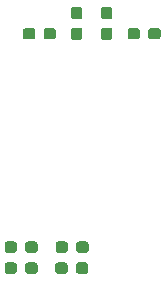
<source format=gbr>
G04 #@! TF.GenerationSoftware,KiCad,Pcbnew,(5.0.0)*
G04 #@! TF.CreationDate,2018-12-16T16:19:50-06:00*
G04 #@! TF.ProjectId,IMUBreakout_Hardware,494D55427265616B6F75745F48617264,rev?*
G04 #@! TF.SameCoordinates,Original*
G04 #@! TF.FileFunction,Paste,Top*
G04 #@! TF.FilePolarity,Positive*
%FSLAX46Y46*%
G04 Gerber Fmt 4.6, Leading zero omitted, Abs format (unit mm)*
G04 Created by KiCad (PCBNEW (5.0.0)) date 12/16/18 16:19:50*
%MOMM*%
%LPD*%
G01*
G04 APERTURE LIST*
%ADD10C,0.100000*%
%ADD11C,0.950000*%
G04 APERTURE END LIST*
D10*
G04 #@! TO.C,R3*
G36*
X155962779Y-88124744D02*
X155985834Y-88128163D01*
X156008443Y-88133827D01*
X156030387Y-88141679D01*
X156051457Y-88151644D01*
X156071448Y-88163626D01*
X156090168Y-88177510D01*
X156107438Y-88193162D01*
X156123090Y-88210432D01*
X156136974Y-88229152D01*
X156148956Y-88249143D01*
X156158921Y-88270213D01*
X156166773Y-88292157D01*
X156172437Y-88314766D01*
X156175856Y-88337821D01*
X156177000Y-88361100D01*
X156177000Y-88936100D01*
X156175856Y-88959379D01*
X156172437Y-88982434D01*
X156166773Y-89005043D01*
X156158921Y-89026987D01*
X156148956Y-89048057D01*
X156136974Y-89068048D01*
X156123090Y-89086768D01*
X156107438Y-89104038D01*
X156090168Y-89119690D01*
X156071448Y-89133574D01*
X156051457Y-89145556D01*
X156030387Y-89155521D01*
X156008443Y-89163373D01*
X155985834Y-89169037D01*
X155962779Y-89172456D01*
X155939500Y-89173600D01*
X155464500Y-89173600D01*
X155441221Y-89172456D01*
X155418166Y-89169037D01*
X155395557Y-89163373D01*
X155373613Y-89155521D01*
X155352543Y-89145556D01*
X155332552Y-89133574D01*
X155313832Y-89119690D01*
X155296562Y-89104038D01*
X155280910Y-89086768D01*
X155267026Y-89068048D01*
X155255044Y-89048057D01*
X155245079Y-89026987D01*
X155237227Y-89005043D01*
X155231563Y-88982434D01*
X155228144Y-88959379D01*
X155227000Y-88936100D01*
X155227000Y-88361100D01*
X155228144Y-88337821D01*
X155231563Y-88314766D01*
X155237227Y-88292157D01*
X155245079Y-88270213D01*
X155255044Y-88249143D01*
X155267026Y-88229152D01*
X155280910Y-88210432D01*
X155296562Y-88193162D01*
X155313832Y-88177510D01*
X155332552Y-88163626D01*
X155352543Y-88151644D01*
X155373613Y-88141679D01*
X155395557Y-88133827D01*
X155418166Y-88128163D01*
X155441221Y-88124744D01*
X155464500Y-88123600D01*
X155939500Y-88123600D01*
X155962779Y-88124744D01*
X155962779Y-88124744D01*
G37*
D11*
X155702000Y-88648600D03*
D10*
G36*
X155962779Y-89874744D02*
X155985834Y-89878163D01*
X156008443Y-89883827D01*
X156030387Y-89891679D01*
X156051457Y-89901644D01*
X156071448Y-89913626D01*
X156090168Y-89927510D01*
X156107438Y-89943162D01*
X156123090Y-89960432D01*
X156136974Y-89979152D01*
X156148956Y-89999143D01*
X156158921Y-90020213D01*
X156166773Y-90042157D01*
X156172437Y-90064766D01*
X156175856Y-90087821D01*
X156177000Y-90111100D01*
X156177000Y-90686100D01*
X156175856Y-90709379D01*
X156172437Y-90732434D01*
X156166773Y-90755043D01*
X156158921Y-90776987D01*
X156148956Y-90798057D01*
X156136974Y-90818048D01*
X156123090Y-90836768D01*
X156107438Y-90854038D01*
X156090168Y-90869690D01*
X156071448Y-90883574D01*
X156051457Y-90895556D01*
X156030387Y-90905521D01*
X156008443Y-90913373D01*
X155985834Y-90919037D01*
X155962779Y-90922456D01*
X155939500Y-90923600D01*
X155464500Y-90923600D01*
X155441221Y-90922456D01*
X155418166Y-90919037D01*
X155395557Y-90913373D01*
X155373613Y-90905521D01*
X155352543Y-90895556D01*
X155332552Y-90883574D01*
X155313832Y-90869690D01*
X155296562Y-90854038D01*
X155280910Y-90836768D01*
X155267026Y-90818048D01*
X155255044Y-90798057D01*
X155245079Y-90776987D01*
X155237227Y-90755043D01*
X155231563Y-90732434D01*
X155228144Y-90709379D01*
X155227000Y-90686100D01*
X155227000Y-90111100D01*
X155228144Y-90087821D01*
X155231563Y-90064766D01*
X155237227Y-90042157D01*
X155245079Y-90020213D01*
X155255044Y-89999143D01*
X155267026Y-89979152D01*
X155280910Y-89960432D01*
X155296562Y-89943162D01*
X155313832Y-89927510D01*
X155332552Y-89913626D01*
X155352543Y-89901644D01*
X155373613Y-89891679D01*
X155395557Y-89883827D01*
X155418166Y-89878163D01*
X155441221Y-89874744D01*
X155464500Y-89873600D01*
X155939500Y-89873600D01*
X155962779Y-89874744D01*
X155962779Y-89874744D01*
G37*
D11*
X155702000Y-90398600D03*
G04 #@! TD*
D10*
G04 #@! TO.C,R1*
G36*
X158502779Y-89874744D02*
X158525834Y-89878163D01*
X158548443Y-89883827D01*
X158570387Y-89891679D01*
X158591457Y-89901644D01*
X158611448Y-89913626D01*
X158630168Y-89927510D01*
X158647438Y-89943162D01*
X158663090Y-89960432D01*
X158676974Y-89979152D01*
X158688956Y-89999143D01*
X158698921Y-90020213D01*
X158706773Y-90042157D01*
X158712437Y-90064766D01*
X158715856Y-90087821D01*
X158717000Y-90111100D01*
X158717000Y-90686100D01*
X158715856Y-90709379D01*
X158712437Y-90732434D01*
X158706773Y-90755043D01*
X158698921Y-90776987D01*
X158688956Y-90798057D01*
X158676974Y-90818048D01*
X158663090Y-90836768D01*
X158647438Y-90854038D01*
X158630168Y-90869690D01*
X158611448Y-90883574D01*
X158591457Y-90895556D01*
X158570387Y-90905521D01*
X158548443Y-90913373D01*
X158525834Y-90919037D01*
X158502779Y-90922456D01*
X158479500Y-90923600D01*
X158004500Y-90923600D01*
X157981221Y-90922456D01*
X157958166Y-90919037D01*
X157935557Y-90913373D01*
X157913613Y-90905521D01*
X157892543Y-90895556D01*
X157872552Y-90883574D01*
X157853832Y-90869690D01*
X157836562Y-90854038D01*
X157820910Y-90836768D01*
X157807026Y-90818048D01*
X157795044Y-90798057D01*
X157785079Y-90776987D01*
X157777227Y-90755043D01*
X157771563Y-90732434D01*
X157768144Y-90709379D01*
X157767000Y-90686100D01*
X157767000Y-90111100D01*
X157768144Y-90087821D01*
X157771563Y-90064766D01*
X157777227Y-90042157D01*
X157785079Y-90020213D01*
X157795044Y-89999143D01*
X157807026Y-89979152D01*
X157820910Y-89960432D01*
X157836562Y-89943162D01*
X157853832Y-89927510D01*
X157872552Y-89913626D01*
X157892543Y-89901644D01*
X157913613Y-89891679D01*
X157935557Y-89883827D01*
X157958166Y-89878163D01*
X157981221Y-89874744D01*
X158004500Y-89873600D01*
X158479500Y-89873600D01*
X158502779Y-89874744D01*
X158502779Y-89874744D01*
G37*
D11*
X158242000Y-90398600D03*
D10*
G36*
X158502779Y-88124744D02*
X158525834Y-88128163D01*
X158548443Y-88133827D01*
X158570387Y-88141679D01*
X158591457Y-88151644D01*
X158611448Y-88163626D01*
X158630168Y-88177510D01*
X158647438Y-88193162D01*
X158663090Y-88210432D01*
X158676974Y-88229152D01*
X158688956Y-88249143D01*
X158698921Y-88270213D01*
X158706773Y-88292157D01*
X158712437Y-88314766D01*
X158715856Y-88337821D01*
X158717000Y-88361100D01*
X158717000Y-88936100D01*
X158715856Y-88959379D01*
X158712437Y-88982434D01*
X158706773Y-89005043D01*
X158698921Y-89026987D01*
X158688956Y-89048057D01*
X158676974Y-89068048D01*
X158663090Y-89086768D01*
X158647438Y-89104038D01*
X158630168Y-89119690D01*
X158611448Y-89133574D01*
X158591457Y-89145556D01*
X158570387Y-89155521D01*
X158548443Y-89163373D01*
X158525834Y-89169037D01*
X158502779Y-89172456D01*
X158479500Y-89173600D01*
X158004500Y-89173600D01*
X157981221Y-89172456D01*
X157958166Y-89169037D01*
X157935557Y-89163373D01*
X157913613Y-89155521D01*
X157892543Y-89145556D01*
X157872552Y-89133574D01*
X157853832Y-89119690D01*
X157836562Y-89104038D01*
X157820910Y-89086768D01*
X157807026Y-89068048D01*
X157795044Y-89048057D01*
X157785079Y-89026987D01*
X157777227Y-89005043D01*
X157771563Y-88982434D01*
X157768144Y-88959379D01*
X157767000Y-88936100D01*
X157767000Y-88361100D01*
X157768144Y-88337821D01*
X157771563Y-88314766D01*
X157777227Y-88292157D01*
X157785079Y-88270213D01*
X157795044Y-88249143D01*
X157807026Y-88229152D01*
X157820910Y-88210432D01*
X157836562Y-88193162D01*
X157853832Y-88177510D01*
X157872552Y-88163626D01*
X157892543Y-88151644D01*
X157913613Y-88141679D01*
X157935557Y-88133827D01*
X157958166Y-88128163D01*
X157981221Y-88124744D01*
X158004500Y-88123600D01*
X158479500Y-88123600D01*
X158502779Y-88124744D01*
X158502779Y-88124744D01*
G37*
D11*
X158242000Y-88648600D03*
G04 #@! TD*
D10*
G04 #@! TO.C,R2*
G36*
X160838779Y-89924744D02*
X160861834Y-89928163D01*
X160884443Y-89933827D01*
X160906387Y-89941679D01*
X160927457Y-89951644D01*
X160947448Y-89963626D01*
X160966168Y-89977510D01*
X160983438Y-89993162D01*
X160999090Y-90010432D01*
X161012974Y-90029152D01*
X161024956Y-90049143D01*
X161034921Y-90070213D01*
X161042773Y-90092157D01*
X161048437Y-90114766D01*
X161051856Y-90137821D01*
X161053000Y-90161100D01*
X161053000Y-90636100D01*
X161051856Y-90659379D01*
X161048437Y-90682434D01*
X161042773Y-90705043D01*
X161034921Y-90726987D01*
X161024956Y-90748057D01*
X161012974Y-90768048D01*
X160999090Y-90786768D01*
X160983438Y-90804038D01*
X160966168Y-90819690D01*
X160947448Y-90833574D01*
X160927457Y-90845556D01*
X160906387Y-90855521D01*
X160884443Y-90863373D01*
X160861834Y-90869037D01*
X160838779Y-90872456D01*
X160815500Y-90873600D01*
X160240500Y-90873600D01*
X160217221Y-90872456D01*
X160194166Y-90869037D01*
X160171557Y-90863373D01*
X160149613Y-90855521D01*
X160128543Y-90845556D01*
X160108552Y-90833574D01*
X160089832Y-90819690D01*
X160072562Y-90804038D01*
X160056910Y-90786768D01*
X160043026Y-90768048D01*
X160031044Y-90748057D01*
X160021079Y-90726987D01*
X160013227Y-90705043D01*
X160007563Y-90682434D01*
X160004144Y-90659379D01*
X160003000Y-90636100D01*
X160003000Y-90161100D01*
X160004144Y-90137821D01*
X160007563Y-90114766D01*
X160013227Y-90092157D01*
X160021079Y-90070213D01*
X160031044Y-90049143D01*
X160043026Y-90029152D01*
X160056910Y-90010432D01*
X160072562Y-89993162D01*
X160089832Y-89977510D01*
X160108552Y-89963626D01*
X160128543Y-89951644D01*
X160149613Y-89941679D01*
X160171557Y-89933827D01*
X160194166Y-89928163D01*
X160217221Y-89924744D01*
X160240500Y-89923600D01*
X160815500Y-89923600D01*
X160838779Y-89924744D01*
X160838779Y-89924744D01*
G37*
D11*
X160528000Y-90398600D03*
D10*
G36*
X162588779Y-89924744D02*
X162611834Y-89928163D01*
X162634443Y-89933827D01*
X162656387Y-89941679D01*
X162677457Y-89951644D01*
X162697448Y-89963626D01*
X162716168Y-89977510D01*
X162733438Y-89993162D01*
X162749090Y-90010432D01*
X162762974Y-90029152D01*
X162774956Y-90049143D01*
X162784921Y-90070213D01*
X162792773Y-90092157D01*
X162798437Y-90114766D01*
X162801856Y-90137821D01*
X162803000Y-90161100D01*
X162803000Y-90636100D01*
X162801856Y-90659379D01*
X162798437Y-90682434D01*
X162792773Y-90705043D01*
X162784921Y-90726987D01*
X162774956Y-90748057D01*
X162762974Y-90768048D01*
X162749090Y-90786768D01*
X162733438Y-90804038D01*
X162716168Y-90819690D01*
X162697448Y-90833574D01*
X162677457Y-90845556D01*
X162656387Y-90855521D01*
X162634443Y-90863373D01*
X162611834Y-90869037D01*
X162588779Y-90872456D01*
X162565500Y-90873600D01*
X161990500Y-90873600D01*
X161967221Y-90872456D01*
X161944166Y-90869037D01*
X161921557Y-90863373D01*
X161899613Y-90855521D01*
X161878543Y-90845556D01*
X161858552Y-90833574D01*
X161839832Y-90819690D01*
X161822562Y-90804038D01*
X161806910Y-90786768D01*
X161793026Y-90768048D01*
X161781044Y-90748057D01*
X161771079Y-90726987D01*
X161763227Y-90705043D01*
X161757563Y-90682434D01*
X161754144Y-90659379D01*
X161753000Y-90636100D01*
X161753000Y-90161100D01*
X161754144Y-90137821D01*
X161757563Y-90114766D01*
X161763227Y-90092157D01*
X161771079Y-90070213D01*
X161781044Y-90049143D01*
X161793026Y-90029152D01*
X161806910Y-90010432D01*
X161822562Y-89993162D01*
X161839832Y-89977510D01*
X161858552Y-89963626D01*
X161878543Y-89951644D01*
X161899613Y-89941679D01*
X161921557Y-89933827D01*
X161944166Y-89928163D01*
X161967221Y-89924744D01*
X161990500Y-89923600D01*
X162565500Y-89923600D01*
X162588779Y-89924744D01*
X162588779Y-89924744D01*
G37*
D11*
X162278000Y-90398600D03*
G04 #@! TD*
D10*
G04 #@! TO.C,R4*
G36*
X151976779Y-89924744D02*
X151999834Y-89928163D01*
X152022443Y-89933827D01*
X152044387Y-89941679D01*
X152065457Y-89951644D01*
X152085448Y-89963626D01*
X152104168Y-89977510D01*
X152121438Y-89993162D01*
X152137090Y-90010432D01*
X152150974Y-90029152D01*
X152162956Y-90049143D01*
X152172921Y-90070213D01*
X152180773Y-90092157D01*
X152186437Y-90114766D01*
X152189856Y-90137821D01*
X152191000Y-90161100D01*
X152191000Y-90636100D01*
X152189856Y-90659379D01*
X152186437Y-90682434D01*
X152180773Y-90705043D01*
X152172921Y-90726987D01*
X152162956Y-90748057D01*
X152150974Y-90768048D01*
X152137090Y-90786768D01*
X152121438Y-90804038D01*
X152104168Y-90819690D01*
X152085448Y-90833574D01*
X152065457Y-90845556D01*
X152044387Y-90855521D01*
X152022443Y-90863373D01*
X151999834Y-90869037D01*
X151976779Y-90872456D01*
X151953500Y-90873600D01*
X151378500Y-90873600D01*
X151355221Y-90872456D01*
X151332166Y-90869037D01*
X151309557Y-90863373D01*
X151287613Y-90855521D01*
X151266543Y-90845556D01*
X151246552Y-90833574D01*
X151227832Y-90819690D01*
X151210562Y-90804038D01*
X151194910Y-90786768D01*
X151181026Y-90768048D01*
X151169044Y-90748057D01*
X151159079Y-90726987D01*
X151151227Y-90705043D01*
X151145563Y-90682434D01*
X151142144Y-90659379D01*
X151141000Y-90636100D01*
X151141000Y-90161100D01*
X151142144Y-90137821D01*
X151145563Y-90114766D01*
X151151227Y-90092157D01*
X151159079Y-90070213D01*
X151169044Y-90049143D01*
X151181026Y-90029152D01*
X151194910Y-90010432D01*
X151210562Y-89993162D01*
X151227832Y-89977510D01*
X151246552Y-89963626D01*
X151266543Y-89951644D01*
X151287613Y-89941679D01*
X151309557Y-89933827D01*
X151332166Y-89928163D01*
X151355221Y-89924744D01*
X151378500Y-89923600D01*
X151953500Y-89923600D01*
X151976779Y-89924744D01*
X151976779Y-89924744D01*
G37*
D11*
X151666000Y-90398600D03*
D10*
G36*
X153726779Y-89924744D02*
X153749834Y-89928163D01*
X153772443Y-89933827D01*
X153794387Y-89941679D01*
X153815457Y-89951644D01*
X153835448Y-89963626D01*
X153854168Y-89977510D01*
X153871438Y-89993162D01*
X153887090Y-90010432D01*
X153900974Y-90029152D01*
X153912956Y-90049143D01*
X153922921Y-90070213D01*
X153930773Y-90092157D01*
X153936437Y-90114766D01*
X153939856Y-90137821D01*
X153941000Y-90161100D01*
X153941000Y-90636100D01*
X153939856Y-90659379D01*
X153936437Y-90682434D01*
X153930773Y-90705043D01*
X153922921Y-90726987D01*
X153912956Y-90748057D01*
X153900974Y-90768048D01*
X153887090Y-90786768D01*
X153871438Y-90804038D01*
X153854168Y-90819690D01*
X153835448Y-90833574D01*
X153815457Y-90845556D01*
X153794387Y-90855521D01*
X153772443Y-90863373D01*
X153749834Y-90869037D01*
X153726779Y-90872456D01*
X153703500Y-90873600D01*
X153128500Y-90873600D01*
X153105221Y-90872456D01*
X153082166Y-90869037D01*
X153059557Y-90863373D01*
X153037613Y-90855521D01*
X153016543Y-90845556D01*
X152996552Y-90833574D01*
X152977832Y-90819690D01*
X152960562Y-90804038D01*
X152944910Y-90786768D01*
X152931026Y-90768048D01*
X152919044Y-90748057D01*
X152909079Y-90726987D01*
X152901227Y-90705043D01*
X152895563Y-90682434D01*
X152892144Y-90659379D01*
X152891000Y-90636100D01*
X152891000Y-90161100D01*
X152892144Y-90137821D01*
X152895563Y-90114766D01*
X152901227Y-90092157D01*
X152909079Y-90070213D01*
X152919044Y-90049143D01*
X152931026Y-90029152D01*
X152944910Y-90010432D01*
X152960562Y-89993162D01*
X152977832Y-89977510D01*
X152996552Y-89963626D01*
X153016543Y-89951644D01*
X153037613Y-89941679D01*
X153059557Y-89933827D01*
X153082166Y-89928163D01*
X153105221Y-89924744D01*
X153128500Y-89923600D01*
X153703500Y-89923600D01*
X153726779Y-89924744D01*
X153726779Y-89924744D01*
G37*
D11*
X153416000Y-90398600D03*
G04 #@! TD*
D10*
G04 #@! TO.C,D1*
G36*
X156464779Y-109762144D02*
X156487834Y-109765563D01*
X156510443Y-109771227D01*
X156532387Y-109779079D01*
X156553457Y-109789044D01*
X156573448Y-109801026D01*
X156592168Y-109814910D01*
X156609438Y-109830562D01*
X156625090Y-109847832D01*
X156638974Y-109866552D01*
X156650956Y-109886543D01*
X156660921Y-109907613D01*
X156668773Y-109929557D01*
X156674437Y-109952166D01*
X156677856Y-109975221D01*
X156679000Y-109998500D01*
X156679000Y-110473500D01*
X156677856Y-110496779D01*
X156674437Y-110519834D01*
X156668773Y-110542443D01*
X156660921Y-110564387D01*
X156650956Y-110585457D01*
X156638974Y-110605448D01*
X156625090Y-110624168D01*
X156609438Y-110641438D01*
X156592168Y-110657090D01*
X156573448Y-110670974D01*
X156553457Y-110682956D01*
X156532387Y-110692921D01*
X156510443Y-110700773D01*
X156487834Y-110706437D01*
X156464779Y-110709856D01*
X156441500Y-110711000D01*
X155866500Y-110711000D01*
X155843221Y-110709856D01*
X155820166Y-110706437D01*
X155797557Y-110700773D01*
X155775613Y-110692921D01*
X155754543Y-110682956D01*
X155734552Y-110670974D01*
X155715832Y-110657090D01*
X155698562Y-110641438D01*
X155682910Y-110624168D01*
X155669026Y-110605448D01*
X155657044Y-110585457D01*
X155647079Y-110564387D01*
X155639227Y-110542443D01*
X155633563Y-110519834D01*
X155630144Y-110496779D01*
X155629000Y-110473500D01*
X155629000Y-109998500D01*
X155630144Y-109975221D01*
X155633563Y-109952166D01*
X155639227Y-109929557D01*
X155647079Y-109907613D01*
X155657044Y-109886543D01*
X155669026Y-109866552D01*
X155682910Y-109847832D01*
X155698562Y-109830562D01*
X155715832Y-109814910D01*
X155734552Y-109801026D01*
X155754543Y-109789044D01*
X155775613Y-109779079D01*
X155797557Y-109771227D01*
X155820166Y-109765563D01*
X155843221Y-109762144D01*
X155866500Y-109761000D01*
X156441500Y-109761000D01*
X156464779Y-109762144D01*
X156464779Y-109762144D01*
G37*
D11*
X156154000Y-110236000D03*
D10*
G36*
X154714779Y-109762144D02*
X154737834Y-109765563D01*
X154760443Y-109771227D01*
X154782387Y-109779079D01*
X154803457Y-109789044D01*
X154823448Y-109801026D01*
X154842168Y-109814910D01*
X154859438Y-109830562D01*
X154875090Y-109847832D01*
X154888974Y-109866552D01*
X154900956Y-109886543D01*
X154910921Y-109907613D01*
X154918773Y-109929557D01*
X154924437Y-109952166D01*
X154927856Y-109975221D01*
X154929000Y-109998500D01*
X154929000Y-110473500D01*
X154927856Y-110496779D01*
X154924437Y-110519834D01*
X154918773Y-110542443D01*
X154910921Y-110564387D01*
X154900956Y-110585457D01*
X154888974Y-110605448D01*
X154875090Y-110624168D01*
X154859438Y-110641438D01*
X154842168Y-110657090D01*
X154823448Y-110670974D01*
X154803457Y-110682956D01*
X154782387Y-110692921D01*
X154760443Y-110700773D01*
X154737834Y-110706437D01*
X154714779Y-110709856D01*
X154691500Y-110711000D01*
X154116500Y-110711000D01*
X154093221Y-110709856D01*
X154070166Y-110706437D01*
X154047557Y-110700773D01*
X154025613Y-110692921D01*
X154004543Y-110682956D01*
X153984552Y-110670974D01*
X153965832Y-110657090D01*
X153948562Y-110641438D01*
X153932910Y-110624168D01*
X153919026Y-110605448D01*
X153907044Y-110585457D01*
X153897079Y-110564387D01*
X153889227Y-110542443D01*
X153883563Y-110519834D01*
X153880144Y-110496779D01*
X153879000Y-110473500D01*
X153879000Y-109998500D01*
X153880144Y-109975221D01*
X153883563Y-109952166D01*
X153889227Y-109929557D01*
X153897079Y-109907613D01*
X153907044Y-109886543D01*
X153919026Y-109866552D01*
X153932910Y-109847832D01*
X153948562Y-109830562D01*
X153965832Y-109814910D01*
X153984552Y-109801026D01*
X154004543Y-109789044D01*
X154025613Y-109779079D01*
X154047557Y-109771227D01*
X154070166Y-109765563D01*
X154093221Y-109762144D01*
X154116500Y-109761000D01*
X154691500Y-109761000D01*
X154714779Y-109762144D01*
X154714779Y-109762144D01*
G37*
D11*
X154404000Y-110236000D03*
G04 #@! TD*
D10*
G04 #@! TO.C,D2*
G36*
X154742779Y-107984144D02*
X154765834Y-107987563D01*
X154788443Y-107993227D01*
X154810387Y-108001079D01*
X154831457Y-108011044D01*
X154851448Y-108023026D01*
X154870168Y-108036910D01*
X154887438Y-108052562D01*
X154903090Y-108069832D01*
X154916974Y-108088552D01*
X154928956Y-108108543D01*
X154938921Y-108129613D01*
X154946773Y-108151557D01*
X154952437Y-108174166D01*
X154955856Y-108197221D01*
X154957000Y-108220500D01*
X154957000Y-108695500D01*
X154955856Y-108718779D01*
X154952437Y-108741834D01*
X154946773Y-108764443D01*
X154938921Y-108786387D01*
X154928956Y-108807457D01*
X154916974Y-108827448D01*
X154903090Y-108846168D01*
X154887438Y-108863438D01*
X154870168Y-108879090D01*
X154851448Y-108892974D01*
X154831457Y-108904956D01*
X154810387Y-108914921D01*
X154788443Y-108922773D01*
X154765834Y-108928437D01*
X154742779Y-108931856D01*
X154719500Y-108933000D01*
X154144500Y-108933000D01*
X154121221Y-108931856D01*
X154098166Y-108928437D01*
X154075557Y-108922773D01*
X154053613Y-108914921D01*
X154032543Y-108904956D01*
X154012552Y-108892974D01*
X153993832Y-108879090D01*
X153976562Y-108863438D01*
X153960910Y-108846168D01*
X153947026Y-108827448D01*
X153935044Y-108807457D01*
X153925079Y-108786387D01*
X153917227Y-108764443D01*
X153911563Y-108741834D01*
X153908144Y-108718779D01*
X153907000Y-108695500D01*
X153907000Y-108220500D01*
X153908144Y-108197221D01*
X153911563Y-108174166D01*
X153917227Y-108151557D01*
X153925079Y-108129613D01*
X153935044Y-108108543D01*
X153947026Y-108088552D01*
X153960910Y-108069832D01*
X153976562Y-108052562D01*
X153993832Y-108036910D01*
X154012552Y-108023026D01*
X154032543Y-108011044D01*
X154053613Y-108001079D01*
X154075557Y-107993227D01*
X154098166Y-107987563D01*
X154121221Y-107984144D01*
X154144500Y-107983000D01*
X154719500Y-107983000D01*
X154742779Y-107984144D01*
X154742779Y-107984144D01*
G37*
D11*
X154432000Y-108458000D03*
D10*
G36*
X156492779Y-107984144D02*
X156515834Y-107987563D01*
X156538443Y-107993227D01*
X156560387Y-108001079D01*
X156581457Y-108011044D01*
X156601448Y-108023026D01*
X156620168Y-108036910D01*
X156637438Y-108052562D01*
X156653090Y-108069832D01*
X156666974Y-108088552D01*
X156678956Y-108108543D01*
X156688921Y-108129613D01*
X156696773Y-108151557D01*
X156702437Y-108174166D01*
X156705856Y-108197221D01*
X156707000Y-108220500D01*
X156707000Y-108695500D01*
X156705856Y-108718779D01*
X156702437Y-108741834D01*
X156696773Y-108764443D01*
X156688921Y-108786387D01*
X156678956Y-108807457D01*
X156666974Y-108827448D01*
X156653090Y-108846168D01*
X156637438Y-108863438D01*
X156620168Y-108879090D01*
X156601448Y-108892974D01*
X156581457Y-108904956D01*
X156560387Y-108914921D01*
X156538443Y-108922773D01*
X156515834Y-108928437D01*
X156492779Y-108931856D01*
X156469500Y-108933000D01*
X155894500Y-108933000D01*
X155871221Y-108931856D01*
X155848166Y-108928437D01*
X155825557Y-108922773D01*
X155803613Y-108914921D01*
X155782543Y-108904956D01*
X155762552Y-108892974D01*
X155743832Y-108879090D01*
X155726562Y-108863438D01*
X155710910Y-108846168D01*
X155697026Y-108827448D01*
X155685044Y-108807457D01*
X155675079Y-108786387D01*
X155667227Y-108764443D01*
X155661563Y-108741834D01*
X155658144Y-108718779D01*
X155657000Y-108695500D01*
X155657000Y-108220500D01*
X155658144Y-108197221D01*
X155661563Y-108174166D01*
X155667227Y-108151557D01*
X155675079Y-108129613D01*
X155685044Y-108108543D01*
X155697026Y-108088552D01*
X155710910Y-108069832D01*
X155726562Y-108052562D01*
X155743832Y-108036910D01*
X155762552Y-108023026D01*
X155782543Y-108011044D01*
X155803613Y-108001079D01*
X155825557Y-107993227D01*
X155848166Y-107987563D01*
X155871221Y-107984144D01*
X155894500Y-107983000D01*
X156469500Y-107983000D01*
X156492779Y-107984144D01*
X156492779Y-107984144D01*
G37*
D11*
X156182000Y-108458000D03*
G04 #@! TD*
D10*
G04 #@! TO.C,R5*
G36*
X150424779Y-109762144D02*
X150447834Y-109765563D01*
X150470443Y-109771227D01*
X150492387Y-109779079D01*
X150513457Y-109789044D01*
X150533448Y-109801026D01*
X150552168Y-109814910D01*
X150569438Y-109830562D01*
X150585090Y-109847832D01*
X150598974Y-109866552D01*
X150610956Y-109886543D01*
X150620921Y-109907613D01*
X150628773Y-109929557D01*
X150634437Y-109952166D01*
X150637856Y-109975221D01*
X150639000Y-109998500D01*
X150639000Y-110473500D01*
X150637856Y-110496779D01*
X150634437Y-110519834D01*
X150628773Y-110542443D01*
X150620921Y-110564387D01*
X150610956Y-110585457D01*
X150598974Y-110605448D01*
X150585090Y-110624168D01*
X150569438Y-110641438D01*
X150552168Y-110657090D01*
X150533448Y-110670974D01*
X150513457Y-110682956D01*
X150492387Y-110692921D01*
X150470443Y-110700773D01*
X150447834Y-110706437D01*
X150424779Y-110709856D01*
X150401500Y-110711000D01*
X149826500Y-110711000D01*
X149803221Y-110709856D01*
X149780166Y-110706437D01*
X149757557Y-110700773D01*
X149735613Y-110692921D01*
X149714543Y-110682956D01*
X149694552Y-110670974D01*
X149675832Y-110657090D01*
X149658562Y-110641438D01*
X149642910Y-110624168D01*
X149629026Y-110605448D01*
X149617044Y-110585457D01*
X149607079Y-110564387D01*
X149599227Y-110542443D01*
X149593563Y-110519834D01*
X149590144Y-110496779D01*
X149589000Y-110473500D01*
X149589000Y-109998500D01*
X149590144Y-109975221D01*
X149593563Y-109952166D01*
X149599227Y-109929557D01*
X149607079Y-109907613D01*
X149617044Y-109886543D01*
X149629026Y-109866552D01*
X149642910Y-109847832D01*
X149658562Y-109830562D01*
X149675832Y-109814910D01*
X149694552Y-109801026D01*
X149714543Y-109789044D01*
X149735613Y-109779079D01*
X149757557Y-109771227D01*
X149780166Y-109765563D01*
X149803221Y-109762144D01*
X149826500Y-109761000D01*
X150401500Y-109761000D01*
X150424779Y-109762144D01*
X150424779Y-109762144D01*
G37*
D11*
X150114000Y-110236000D03*
D10*
G36*
X152174779Y-109762144D02*
X152197834Y-109765563D01*
X152220443Y-109771227D01*
X152242387Y-109779079D01*
X152263457Y-109789044D01*
X152283448Y-109801026D01*
X152302168Y-109814910D01*
X152319438Y-109830562D01*
X152335090Y-109847832D01*
X152348974Y-109866552D01*
X152360956Y-109886543D01*
X152370921Y-109907613D01*
X152378773Y-109929557D01*
X152384437Y-109952166D01*
X152387856Y-109975221D01*
X152389000Y-109998500D01*
X152389000Y-110473500D01*
X152387856Y-110496779D01*
X152384437Y-110519834D01*
X152378773Y-110542443D01*
X152370921Y-110564387D01*
X152360956Y-110585457D01*
X152348974Y-110605448D01*
X152335090Y-110624168D01*
X152319438Y-110641438D01*
X152302168Y-110657090D01*
X152283448Y-110670974D01*
X152263457Y-110682956D01*
X152242387Y-110692921D01*
X152220443Y-110700773D01*
X152197834Y-110706437D01*
X152174779Y-110709856D01*
X152151500Y-110711000D01*
X151576500Y-110711000D01*
X151553221Y-110709856D01*
X151530166Y-110706437D01*
X151507557Y-110700773D01*
X151485613Y-110692921D01*
X151464543Y-110682956D01*
X151444552Y-110670974D01*
X151425832Y-110657090D01*
X151408562Y-110641438D01*
X151392910Y-110624168D01*
X151379026Y-110605448D01*
X151367044Y-110585457D01*
X151357079Y-110564387D01*
X151349227Y-110542443D01*
X151343563Y-110519834D01*
X151340144Y-110496779D01*
X151339000Y-110473500D01*
X151339000Y-109998500D01*
X151340144Y-109975221D01*
X151343563Y-109952166D01*
X151349227Y-109929557D01*
X151357079Y-109907613D01*
X151367044Y-109886543D01*
X151379026Y-109866552D01*
X151392910Y-109847832D01*
X151408562Y-109830562D01*
X151425832Y-109814910D01*
X151444552Y-109801026D01*
X151464543Y-109789044D01*
X151485613Y-109779079D01*
X151507557Y-109771227D01*
X151530166Y-109765563D01*
X151553221Y-109762144D01*
X151576500Y-109761000D01*
X152151500Y-109761000D01*
X152174779Y-109762144D01*
X152174779Y-109762144D01*
G37*
D11*
X151864000Y-110236000D03*
G04 #@! TD*
D10*
G04 #@! TO.C,R6*
G36*
X152174779Y-107984144D02*
X152197834Y-107987563D01*
X152220443Y-107993227D01*
X152242387Y-108001079D01*
X152263457Y-108011044D01*
X152283448Y-108023026D01*
X152302168Y-108036910D01*
X152319438Y-108052562D01*
X152335090Y-108069832D01*
X152348974Y-108088552D01*
X152360956Y-108108543D01*
X152370921Y-108129613D01*
X152378773Y-108151557D01*
X152384437Y-108174166D01*
X152387856Y-108197221D01*
X152389000Y-108220500D01*
X152389000Y-108695500D01*
X152387856Y-108718779D01*
X152384437Y-108741834D01*
X152378773Y-108764443D01*
X152370921Y-108786387D01*
X152360956Y-108807457D01*
X152348974Y-108827448D01*
X152335090Y-108846168D01*
X152319438Y-108863438D01*
X152302168Y-108879090D01*
X152283448Y-108892974D01*
X152263457Y-108904956D01*
X152242387Y-108914921D01*
X152220443Y-108922773D01*
X152197834Y-108928437D01*
X152174779Y-108931856D01*
X152151500Y-108933000D01*
X151576500Y-108933000D01*
X151553221Y-108931856D01*
X151530166Y-108928437D01*
X151507557Y-108922773D01*
X151485613Y-108914921D01*
X151464543Y-108904956D01*
X151444552Y-108892974D01*
X151425832Y-108879090D01*
X151408562Y-108863438D01*
X151392910Y-108846168D01*
X151379026Y-108827448D01*
X151367044Y-108807457D01*
X151357079Y-108786387D01*
X151349227Y-108764443D01*
X151343563Y-108741834D01*
X151340144Y-108718779D01*
X151339000Y-108695500D01*
X151339000Y-108220500D01*
X151340144Y-108197221D01*
X151343563Y-108174166D01*
X151349227Y-108151557D01*
X151357079Y-108129613D01*
X151367044Y-108108543D01*
X151379026Y-108088552D01*
X151392910Y-108069832D01*
X151408562Y-108052562D01*
X151425832Y-108036910D01*
X151444552Y-108023026D01*
X151464543Y-108011044D01*
X151485613Y-108001079D01*
X151507557Y-107993227D01*
X151530166Y-107987563D01*
X151553221Y-107984144D01*
X151576500Y-107983000D01*
X152151500Y-107983000D01*
X152174779Y-107984144D01*
X152174779Y-107984144D01*
G37*
D11*
X151864000Y-108458000D03*
D10*
G36*
X150424779Y-107984144D02*
X150447834Y-107987563D01*
X150470443Y-107993227D01*
X150492387Y-108001079D01*
X150513457Y-108011044D01*
X150533448Y-108023026D01*
X150552168Y-108036910D01*
X150569438Y-108052562D01*
X150585090Y-108069832D01*
X150598974Y-108088552D01*
X150610956Y-108108543D01*
X150620921Y-108129613D01*
X150628773Y-108151557D01*
X150634437Y-108174166D01*
X150637856Y-108197221D01*
X150639000Y-108220500D01*
X150639000Y-108695500D01*
X150637856Y-108718779D01*
X150634437Y-108741834D01*
X150628773Y-108764443D01*
X150620921Y-108786387D01*
X150610956Y-108807457D01*
X150598974Y-108827448D01*
X150585090Y-108846168D01*
X150569438Y-108863438D01*
X150552168Y-108879090D01*
X150533448Y-108892974D01*
X150513457Y-108904956D01*
X150492387Y-108914921D01*
X150470443Y-108922773D01*
X150447834Y-108928437D01*
X150424779Y-108931856D01*
X150401500Y-108933000D01*
X149826500Y-108933000D01*
X149803221Y-108931856D01*
X149780166Y-108928437D01*
X149757557Y-108922773D01*
X149735613Y-108914921D01*
X149714543Y-108904956D01*
X149694552Y-108892974D01*
X149675832Y-108879090D01*
X149658562Y-108863438D01*
X149642910Y-108846168D01*
X149629026Y-108827448D01*
X149617044Y-108807457D01*
X149607079Y-108786387D01*
X149599227Y-108764443D01*
X149593563Y-108741834D01*
X149590144Y-108718779D01*
X149589000Y-108695500D01*
X149589000Y-108220500D01*
X149590144Y-108197221D01*
X149593563Y-108174166D01*
X149599227Y-108151557D01*
X149607079Y-108129613D01*
X149617044Y-108108543D01*
X149629026Y-108088552D01*
X149642910Y-108069832D01*
X149658562Y-108052562D01*
X149675832Y-108036910D01*
X149694552Y-108023026D01*
X149714543Y-108011044D01*
X149735613Y-108001079D01*
X149757557Y-107993227D01*
X149780166Y-107987563D01*
X149803221Y-107984144D01*
X149826500Y-107983000D01*
X150401500Y-107983000D01*
X150424779Y-107984144D01*
X150424779Y-107984144D01*
G37*
D11*
X150114000Y-108458000D03*
G04 #@! TD*
M02*

</source>
